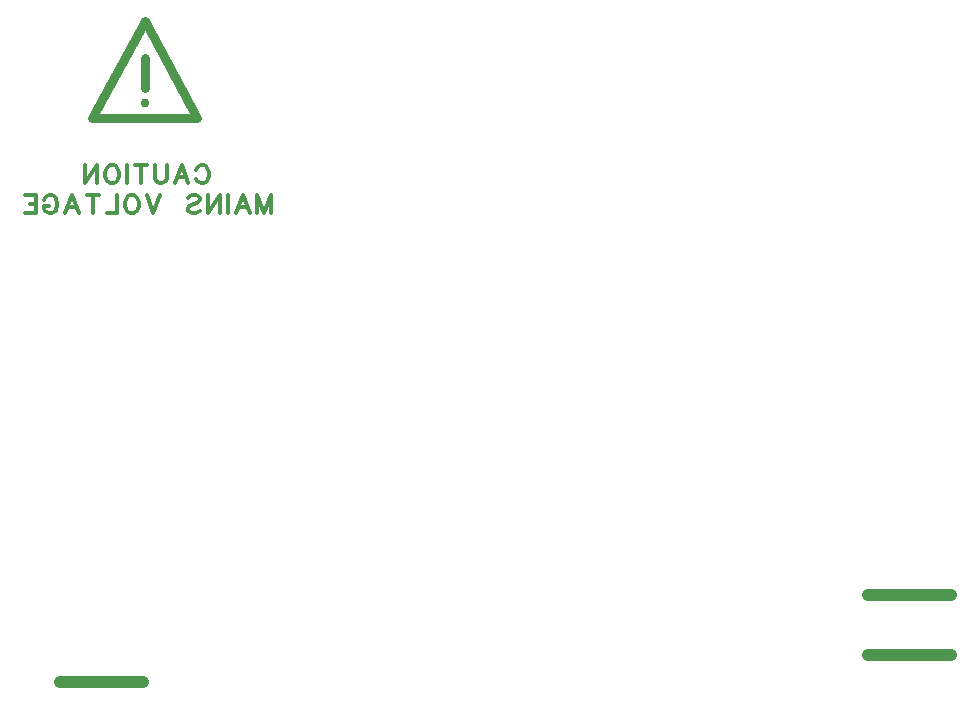
<source format=gbr>
G04 DipTrace 4.3.0.1*
G04 BottomSilk.gbr*
%MOMM*%
G04 #@! TF.FileFunction,Legend,Bot*
G04 #@! TF.Part,Single*
%ADD16C,1.0*%
%ADD20C,0.75*%
%ADD61C,0.33333*%
%FSLAX35Y35*%
G04*
G71*
G90*
G75*
G01*
G04 BotSilk*
%LPD*%
X-4270500Y-1503500D2*
D16*
X-3570500D1*
X-3111500Y3270250D2*
D20*
X-3556000Y4095750D1*
X-4000500Y3270250D1*
X-3111500D1*
X-3556000Y3778263D2*
Y3524257D1*
Y3397213D2*
D3*
X3271000Y-766000D2*
D16*
X2571000D1*
X3271000Y-1274000D2*
X2571000D1*
X-2599720Y2467080D2*
D61*
Y2620211D1*
X-2541432Y2467080D1*
X-2483144Y2620211D1*
Y2467080D1*
X-2783130D2*
X-2724674Y2620211D1*
X-2666386Y2467080D1*
X-2688286Y2518124D2*
X-2761230D1*
X-2849797Y2620211D2*
Y2467080D1*
X-3018551Y2620211D2*
Y2467080D1*
X-2916464Y2620211D1*
Y2467080D1*
X-3187306Y2598311D2*
X-3172818Y2612967D1*
X-3150918Y2620211D1*
X-3121774D1*
X-3099874Y2612967D1*
X-3085218Y2598311D1*
Y2583824D1*
X-3092630Y2569167D1*
X-3099874Y2561924D1*
X-3114362Y2554680D1*
X-3158162Y2540024D1*
X-3172818Y2532780D1*
X-3180062Y2525367D1*
X-3187306Y2510880D1*
Y2488980D1*
X-3172818Y2474492D1*
X-3150918Y2467080D1*
X-3121774D1*
X-3099874Y2474492D1*
X-3085218Y2488980D1*
X-3421716Y2620211D2*
X-3480004Y2467080D1*
X-3538291Y2620211D1*
X-3648758D2*
X-3634102Y2612967D1*
X-3619614Y2598311D1*
X-3612202Y2583824D1*
X-3604958Y2561924D1*
Y2525367D1*
X-3612202Y2503636D1*
X-3619614Y2488980D1*
X-3634102Y2474492D1*
X-3648758Y2467080D1*
X-3677902D1*
X-3692389Y2474492D1*
X-3707046Y2488980D1*
X-3714289Y2503636D1*
X-3721533Y2525367D1*
Y2561924D1*
X-3714289Y2583824D1*
X-3707046Y2598311D1*
X-3692389Y2612967D1*
X-3677902Y2620211D1*
X-3648758D1*
X-3788200D2*
Y2467080D1*
X-3875632D1*
X-3993342Y2620211D2*
Y2467080D1*
X-3942298Y2620211D2*
X-4044386D1*
X-4227796Y2467080D2*
X-4169340Y2620211D1*
X-4111053Y2467080D1*
X-4132953Y2518124D2*
X-4205896D1*
X-4403795Y2583824D2*
X-4396551Y2598311D1*
X-4381895Y2612967D1*
X-4367407Y2620211D1*
X-4338263D1*
X-4323607Y2612967D1*
X-4309119Y2598311D1*
X-4301707Y2583824D1*
X-4294463Y2561924D1*
Y2525367D1*
X-4301707Y2503636D1*
X-4309119Y2488980D1*
X-4323607Y2474492D1*
X-4338263Y2467080D1*
X-4367407D1*
X-4381895Y2474492D1*
X-4396551Y2488980D1*
X-4403795Y2503636D1*
Y2525367D1*
X-4367407D1*
X-4565137Y2620211D2*
X-4470461D1*
Y2467080D1*
X-4565137D1*
X-4470461Y2547267D2*
X-4528749D1*
X-3117554Y2837824D2*
X-3110311Y2852311D1*
X-3095654Y2866967D1*
X-3081167Y2874211D1*
X-3052023D1*
X-3037367Y2866967D1*
X-3022879Y2852311D1*
X-3015467Y2837824D1*
X-3008223Y2815924D1*
Y2779367D1*
X-3015467Y2757636D1*
X-3022879Y2742980D1*
X-3037367Y2728492D1*
X-3052023Y2721080D1*
X-3081167D1*
X-3095654Y2728492D1*
X-3110311Y2742980D1*
X-3117554Y2757636D1*
X-3300965Y2721080D2*
X-3242509Y2874211D1*
X-3184221Y2721080D1*
X-3206121Y2772124D2*
X-3279065D1*
X-3367632Y2874211D2*
Y2764880D1*
X-3374875Y2742980D1*
X-3389532Y2728492D1*
X-3411432Y2721080D1*
X-3425919D1*
X-3447819Y2728492D1*
X-3462475Y2742980D1*
X-3469719Y2764880D1*
Y2874211D1*
X-3587430D2*
Y2721080D1*
X-3536386Y2874211D2*
X-3638474D1*
X-3705140D2*
Y2721080D1*
X-3815607Y2874211D2*
X-3800951Y2866967D1*
X-3786463Y2852311D1*
X-3779051Y2837824D1*
X-3771807Y2815924D1*
Y2779367D1*
X-3779051Y2757636D1*
X-3786463Y2742980D1*
X-3800951Y2728492D1*
X-3815607Y2721080D1*
X-3844751D1*
X-3859238Y2728492D1*
X-3873895Y2742980D1*
X-3881138Y2757636D1*
X-3888382Y2779367D1*
Y2815924D1*
X-3881138Y2837824D1*
X-3873895Y2852311D1*
X-3859238Y2866967D1*
X-3844751Y2874211D1*
X-3815607D1*
X-4057137D2*
Y2721080D1*
X-3955049Y2874211D1*
Y2721080D1*
M02*

</source>
